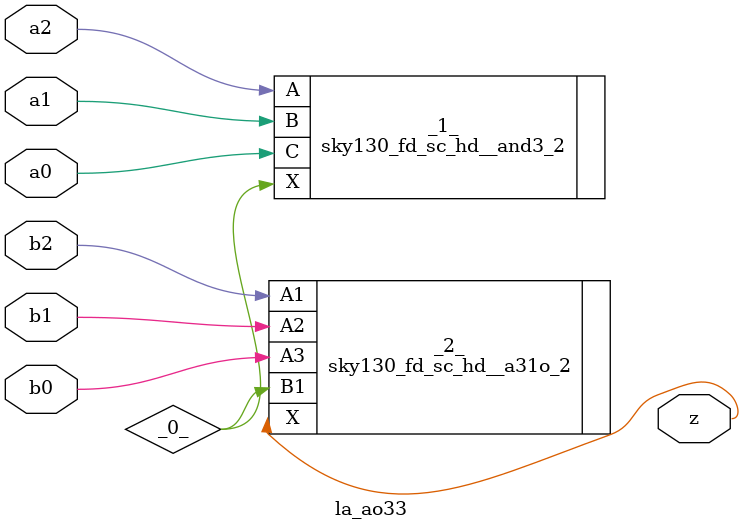
<source format=v>

module la_ao33(a0, a1, a2, b0, b1, b2, z);
  wire _0_;
  input a0;
  input a1;
  input a2;
  input b0;
  input b1;
  input b2;
  output z;
  sky130_fd_sc_hd__and3_2 _1_ (
    .A(a2),
    .B(a1),
    .C(a0),
    .X(_0_)
  );
  sky130_fd_sc_hd__a31o_2 _2_ (
    .A1(b2),
    .A2(b1),
    .A3(b0),
    .B1(_0_),
    .X(z)
  );
endmodule

</source>
